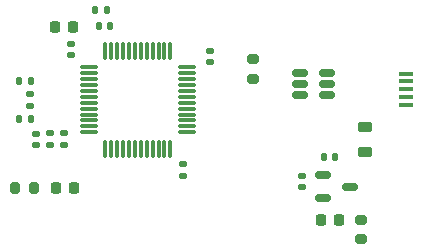
<source format=gbr>
%TF.GenerationSoftware,KiCad,Pcbnew,8.0.5*%
%TF.CreationDate,2025-01-04T10:19:04+02:00*%
%TF.ProjectId,STM32F103,53544d33-3246-4313-9033-2e6b69636164,rev?*%
%TF.SameCoordinates,Original*%
%TF.FileFunction,Paste,Top*%
%TF.FilePolarity,Positive*%
%FSLAX46Y46*%
G04 Gerber Fmt 4.6, Leading zero omitted, Abs format (unit mm)*
G04 Created by KiCad (PCBNEW 8.0.5) date 2025-01-04 10:19:04*
%MOMM*%
%LPD*%
G01*
G04 APERTURE LIST*
G04 Aperture macros list*
%AMRoundRect*
0 Rectangle with rounded corners*
0 $1 Rounding radius*
0 $2 $3 $4 $5 $6 $7 $8 $9 X,Y pos of 4 corners*
0 Add a 4 corners polygon primitive as box body*
4,1,4,$2,$3,$4,$5,$6,$7,$8,$9,$2,$3,0*
0 Add four circle primitives for the rounded corners*
1,1,$1+$1,$2,$3*
1,1,$1+$1,$4,$5*
1,1,$1+$1,$6,$7*
1,1,$1+$1,$8,$9*
0 Add four rect primitives between the rounded corners*
20,1,$1+$1,$2,$3,$4,$5,0*
20,1,$1+$1,$4,$5,$6,$7,0*
20,1,$1+$1,$6,$7,$8,$9,0*
20,1,$1+$1,$8,$9,$2,$3,0*%
G04 Aperture macros list end*
%ADD10RoundRect,0.150000X-0.512500X-0.150000X0.512500X-0.150000X0.512500X0.150000X-0.512500X0.150000X0*%
%ADD11RoundRect,0.200000X-0.275000X0.200000X-0.275000X-0.200000X0.275000X-0.200000X0.275000X0.200000X0*%
%ADD12RoundRect,0.200000X0.200000X0.275000X-0.200000X0.275000X-0.200000X-0.275000X0.200000X-0.275000X0*%
%ADD13RoundRect,0.225000X0.225000X0.250000X-0.225000X0.250000X-0.225000X-0.250000X0.225000X-0.250000X0*%
%ADD14RoundRect,0.075000X-0.662500X-0.075000X0.662500X-0.075000X0.662500X0.075000X-0.662500X0.075000X0*%
%ADD15RoundRect,0.075000X-0.075000X-0.662500X0.075000X-0.662500X0.075000X0.662500X-0.075000X0.662500X0*%
%ADD16RoundRect,0.135000X-0.135000X-0.185000X0.135000X-0.185000X0.135000X0.185000X-0.135000X0.185000X0*%
%ADD17RoundRect,0.140000X0.170000X-0.140000X0.170000X0.140000X-0.170000X0.140000X-0.170000X-0.140000X0*%
%ADD18RoundRect,0.140000X-0.170000X0.140000X-0.170000X-0.140000X0.170000X-0.140000X0.170000X0.140000X0*%
%ADD19RoundRect,0.140000X0.140000X0.170000X-0.140000X0.170000X-0.140000X-0.170000X0.140000X-0.170000X0*%
%ADD20RoundRect,0.218750X-0.381250X0.218750X-0.381250X-0.218750X0.381250X-0.218750X0.381250X0.218750X0*%
%ADD21RoundRect,0.218750X0.218750X0.256250X-0.218750X0.256250X-0.218750X-0.256250X0.218750X-0.256250X0*%
%ADD22RoundRect,0.140000X-0.140000X-0.170000X0.140000X-0.170000X0.140000X0.170000X-0.140000X0.170000X0*%
%ADD23RoundRect,0.147500X0.172500X-0.147500X0.172500X0.147500X-0.172500X0.147500X-0.172500X-0.147500X0*%
%ADD24RoundRect,0.135000X-0.185000X0.135000X-0.185000X-0.135000X0.185000X-0.135000X0.185000X0.135000X0*%
%ADD25R,1.300000X0.450000*%
%ADD26RoundRect,0.150000X0.512500X0.150000X-0.512500X0.150000X-0.512500X-0.150000X0.512500X-0.150000X0*%
%ADD27RoundRect,0.218750X-0.218750X-0.256250X0.218750X-0.256250X0.218750X0.256250X-0.218750X0.256250X0*%
G04 APERTURE END LIST*
D10*
%TO.C,U3*%
X106350000Y-65590000D03*
X106350000Y-67490000D03*
X108625000Y-66540000D03*
%TD*%
D11*
%TO.C,R4*%
X109537500Y-69352500D03*
X109537500Y-71002500D03*
%TD*%
D12*
%TO.C,R3*%
X81875000Y-66620000D03*
X80225000Y-66620000D03*
%TD*%
D13*
%TO.C,C1*%
X85150000Y-53050000D03*
X83600000Y-53050000D03*
%TD*%
D14*
%TO.C,U1*%
X86480000Y-56440000D03*
X86480000Y-56940000D03*
X86480000Y-57440000D03*
X86480000Y-57940000D03*
X86480000Y-58440000D03*
X86480000Y-58940000D03*
X86480000Y-59440000D03*
X86480000Y-59940000D03*
X86480000Y-60440000D03*
X86480000Y-60940000D03*
X86480000Y-61440000D03*
X86480000Y-61940000D03*
D15*
X87892500Y-63352500D03*
X88392500Y-63352500D03*
X88892500Y-63352500D03*
X89392500Y-63352500D03*
X89892500Y-63352500D03*
X90392500Y-63352500D03*
X90892500Y-63352500D03*
X91392500Y-63352500D03*
X91892500Y-63352500D03*
X92392500Y-63352500D03*
X92892500Y-63352500D03*
X93392500Y-63352500D03*
D14*
X94805000Y-61940000D03*
X94805000Y-61440000D03*
X94805000Y-60940000D03*
X94805000Y-60440000D03*
X94805000Y-59940000D03*
X94805000Y-59440000D03*
X94805000Y-58940000D03*
X94805000Y-58440000D03*
X94805000Y-57940000D03*
X94805000Y-57440000D03*
X94805000Y-56940000D03*
X94805000Y-56440000D03*
D15*
X93392500Y-55027500D03*
X92892500Y-55027500D03*
X92392500Y-55027500D03*
X91892500Y-55027500D03*
X91392500Y-55027500D03*
X90892500Y-55027500D03*
X90392500Y-55027500D03*
X89892500Y-55027500D03*
X89392500Y-55027500D03*
X88892500Y-55027500D03*
X88392500Y-55027500D03*
X87892500Y-55027500D03*
%TD*%
D16*
%TO.C,R1*%
X87015000Y-51575000D03*
X88035000Y-51575000D03*
%TD*%
D11*
%TO.C,R2*%
X100425000Y-55750000D03*
X100425000Y-57400000D03*
%TD*%
D17*
%TO.C,C2*%
X84950000Y-55430000D03*
X84950000Y-54470000D03*
%TD*%
D18*
%TO.C,C3*%
X94460000Y-64650000D03*
X94460000Y-65610000D03*
%TD*%
D19*
%TO.C,C8*%
X81555000Y-57620000D03*
X80595000Y-57620000D03*
%TD*%
D20*
%TO.C,FB1*%
X109837500Y-61515000D03*
X109837500Y-63640000D03*
%TD*%
D21*
%TO.C,D2*%
X107687500Y-69402500D03*
X106112500Y-69402500D03*
%TD*%
D19*
%TO.C,C9*%
X81565000Y-60800000D03*
X80605000Y-60800000D03*
%TD*%
D18*
%TO.C,C6*%
X83220000Y-62020000D03*
X83220000Y-62980000D03*
%TD*%
D19*
%TO.C,C10*%
X107357500Y-64072500D03*
X106397500Y-64072500D03*
%TD*%
D22*
%TO.C,C5*%
X87345000Y-52975000D03*
X88305000Y-52975000D03*
%TD*%
D18*
%TO.C,C7*%
X82020000Y-62045000D03*
X82020000Y-63005000D03*
%TD*%
D23*
%TO.C,L1*%
X84420000Y-62985000D03*
X84420000Y-62015000D03*
%TD*%
D18*
%TO.C,C4*%
X96725000Y-55025000D03*
X96725000Y-55985000D03*
%TD*%
D24*
%TO.C,Y1*%
X81525000Y-58680000D03*
X81525000Y-59700000D03*
%TD*%
D25*
%TO.C,J1*%
X113370000Y-59590000D03*
X113370000Y-58940000D03*
X113370000Y-58290000D03*
X113370000Y-57640000D03*
X113370000Y-56990000D03*
%TD*%
D26*
%TO.C,U2*%
X106635000Y-58810000D03*
X106635000Y-57860000D03*
X106635000Y-56910000D03*
X104360000Y-56910000D03*
X104360000Y-57860000D03*
X104360000Y-58810000D03*
%TD*%
D27*
%TO.C,D1*%
X83682500Y-66620000D03*
X85257500Y-66620000D03*
%TD*%
D17*
%TO.C,C11*%
X104570000Y-66600000D03*
X104570000Y-65640000D03*
%TD*%
M02*

</source>
